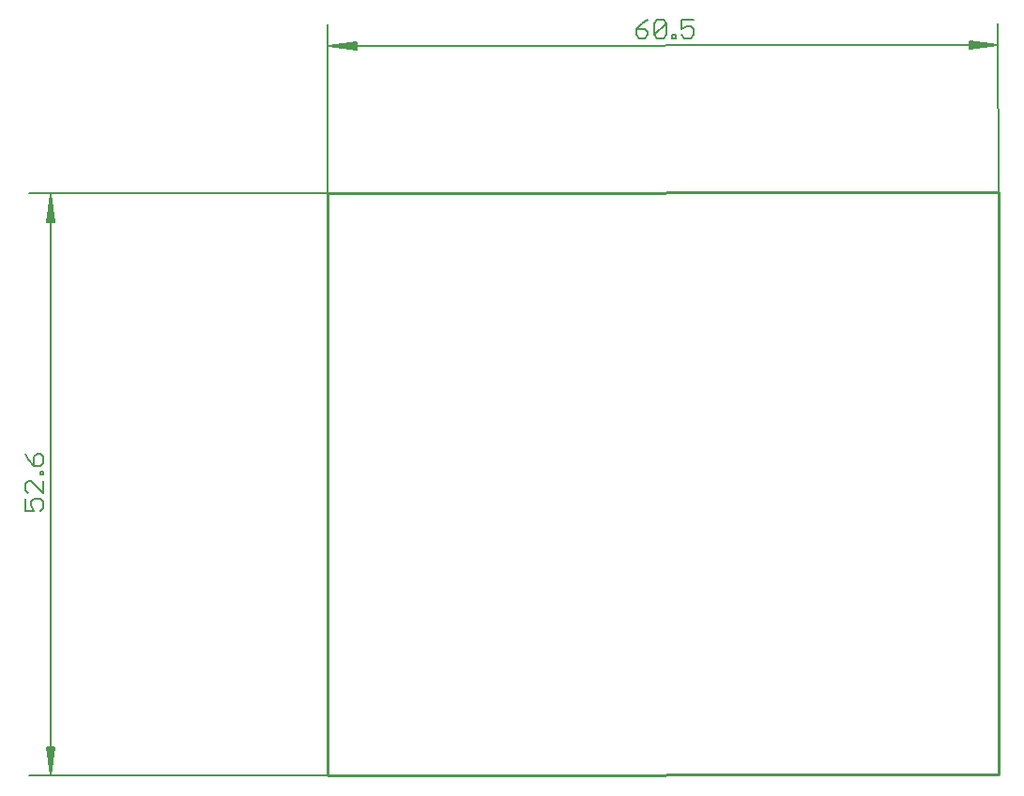
<source format=gko>
G75*
%MOIN*%
%OFA0B0*%
%FSLAX25Y25*%
%IPPOS*%
%LPD*%
%AMOC8*
5,1,8,0,0,1.08239X$1,22.5*
%
%ADD10C,0.01000*%
%ADD11C,0.00512*%
%ADD12C,0.00600*%
D10*
X0111020Y0039016D02*
X0349209Y0039409D01*
X0349209Y0246496D01*
X0111020Y0246102D01*
X0111020Y0039016D01*
D11*
X0004918Y0039016D01*
X0012595Y0039272D02*
X0013619Y0049252D01*
X0013852Y0049252D02*
X0012595Y0039272D01*
X0011572Y0049252D01*
X0011338Y0049252D02*
X0013852Y0049252D01*
X0013107Y0049252D02*
X0012595Y0039272D01*
X0012083Y0049252D01*
X0011338Y0049252D02*
X0012595Y0039272D01*
X0012595Y0245846D01*
X0013619Y0235866D01*
X0013852Y0235866D02*
X0012595Y0245846D01*
X0011572Y0235866D01*
X0011338Y0235866D02*
X0013852Y0235866D01*
X0013107Y0235866D02*
X0012595Y0245846D01*
X0012083Y0235866D01*
X0011338Y0235866D02*
X0012595Y0245846D01*
X0004918Y0246102D02*
X0111020Y0246102D01*
X0110921Y0306145D01*
X0111190Y0298468D02*
X0121172Y0297461D01*
X0121172Y0297228D02*
X0111190Y0298468D01*
X0121168Y0299508D01*
X0121168Y0299741D02*
X0121172Y0297228D01*
X0121171Y0297973D02*
X0111190Y0298468D01*
X0121169Y0298996D01*
X0121168Y0299741D02*
X0111190Y0298468D01*
X0348867Y0298861D01*
X0338888Y0297821D01*
X0338889Y0297588D02*
X0348867Y0298861D01*
X0338885Y0299868D01*
X0338884Y0300101D02*
X0338889Y0297588D01*
X0338887Y0298333D02*
X0348867Y0298861D01*
X0338886Y0299356D01*
X0338884Y0300101D02*
X0348867Y0298861D01*
X0349110Y0306539D02*
X0349209Y0246496D01*
D12*
X0240937Y0302314D02*
X0239871Y0301244D01*
X0237736Y0301241D01*
X0236667Y0302306D01*
X0236663Y0304442D02*
X0238796Y0305513D01*
X0239864Y0305515D01*
X0240933Y0304449D01*
X0240937Y0302314D01*
X0236663Y0304442D02*
X0236657Y0307644D01*
X0240928Y0307652D01*
X0234511Y0302303D02*
X0234513Y0301235D01*
X0233446Y0301233D01*
X0233444Y0302301D01*
X0234511Y0302303D01*
X0231269Y0302297D02*
X0230203Y0301228D01*
X0228068Y0301224D01*
X0226998Y0302290D01*
X0231261Y0306567D01*
X0231269Y0302297D01*
X0231261Y0306567D02*
X0230192Y0307633D01*
X0228057Y0307629D01*
X0226991Y0306560D01*
X0226998Y0302290D01*
X0224823Y0302286D02*
X0224821Y0303353D01*
X0223752Y0304419D01*
X0220549Y0304413D01*
X0220553Y0302278D01*
X0221622Y0301213D01*
X0223757Y0301216D01*
X0224823Y0302286D01*
X0222681Y0306552D02*
X0220549Y0304413D01*
X0222681Y0306552D02*
X0224814Y0307624D01*
X0010033Y0152406D02*
X0008966Y0153474D01*
X0007898Y0153474D01*
X0006831Y0152406D01*
X0006831Y0149204D01*
X0008966Y0149204D01*
X0010033Y0150271D01*
X0010033Y0152406D01*
X0006831Y0149204D02*
X0004695Y0151339D01*
X0003628Y0153474D01*
X0008966Y0147048D02*
X0010033Y0147048D01*
X0010033Y0145981D01*
X0008966Y0145981D01*
X0008966Y0147048D01*
X0010033Y0143806D02*
X0010033Y0139535D01*
X0005763Y0143806D01*
X0004695Y0143806D01*
X0003628Y0142738D01*
X0003628Y0140603D01*
X0004695Y0139535D01*
X0003628Y0137360D02*
X0003628Y0133090D01*
X0006831Y0133090D01*
X0005763Y0135225D01*
X0005763Y0136293D01*
X0006831Y0137360D01*
X0008966Y0137360D01*
X0010033Y0136293D01*
X0010033Y0134157D01*
X0008966Y0133090D01*
M02*

</source>
